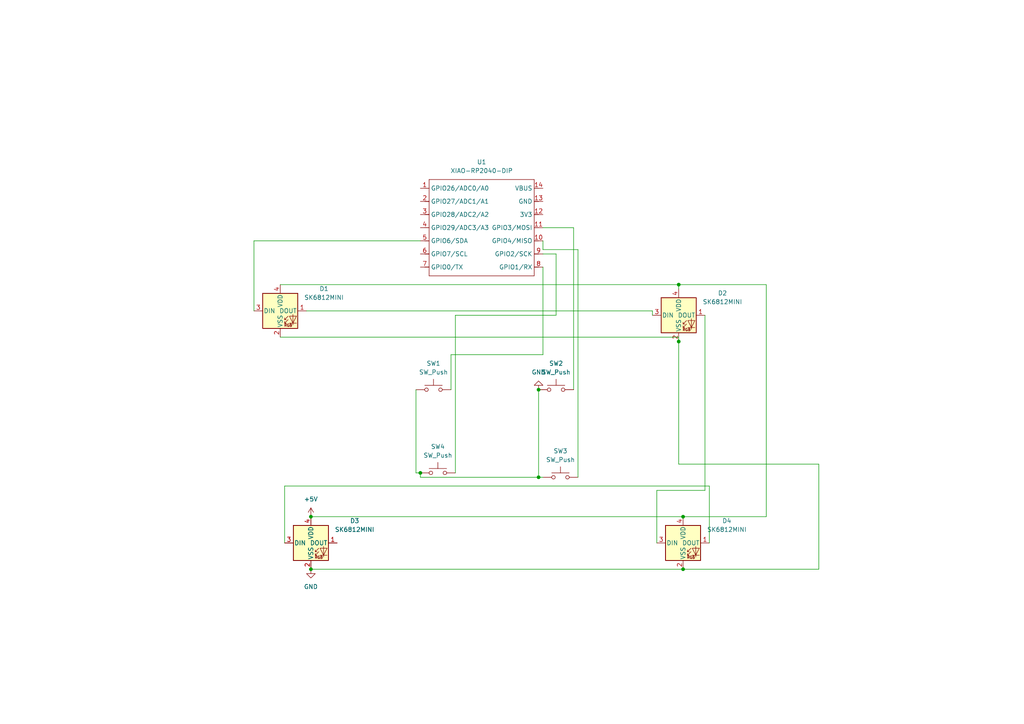
<source format=kicad_sch>
(kicad_sch (version 20250114) (generator "eeschema") (generator_version "9.0")
  (paper "A4")
  (lib_symbols
    (symbol "LED:SK6812MINI" (pin_names (offset 0.254))
      (property "Reference" "D" (at 5.08 5.715 0))
      (property "Value" "SK6812MINI" (at 1.27 -5.715 0))
      (symbol "SK6812MINI_0_0"
        (text "RGB" (at 2.286 -4.191 0) (effects (font (size 0.762 0.762))))
      )
      (symbol "SK6812MINI_0_1"
        (polyline (pts (xy 1.27 -2.54) (xy 1.778 -2.54)))
        (polyline (pts (xy 1.27 -3.556) (xy 1.778 -3.556)))
        (polyline (pts (xy 2.286 -1.524) (xy 1.27 -2.54) (xy 1.27 -2.032)))
        (polyline (pts (xy 2.286 -2.54) (xy 1.27 -3.556) (xy 1.27 -3.048)))
        (polyline (pts (xy 3.683 -1.016) (xy 3.683 -3.556) (xy 3.683 -4.064)))
        (polyline (pts (xy 4.699 -1.524) (xy 2.667 -1.524) (xy 3.683 -3.556) (xy 4.699 -1.524)))
        (polyline (pts (xy 4.699 -3.556) (xy 2.667 -3.556)))
        (rectangle (start 5.08 5.08) (end -5.08 -5.08) (stroke (width 0.254)) (fill (type background)))
      )
      (symbol "SK6812MINI_1_1"
        (pin input line (at -7.62 0 0) (length 2.54) (name "DIN") (number "3"))
        (pin power_in line (at 0 7.62 270) (length 2.54) (name "VDD") (number "4"))
        (pin power_in line (at 0 -7.62 90) (length 2.54) (name "VSS") (number "2"))
        (pin output line (at 7.62 0 180) (length 2.54) (name "DOUT") (number "1"))
      )
    )
    (symbol "Seeed_Studio_XIAO_Series:XIAO-RP2040-DIP"
      (property "Reference" "U" (at 0 0 0))
      (property "Value" "XIAO-RP2040-DIP" (at 5.334 -1.778 0))
      (symbol "XIAO-RP2040-DIP_1_0"
        (polyline (pts (xy -1.27 -2.54) (xy 29.21 -2.54)) (stroke (width 0.1524)))
        (polyline (pts (xy -1.27 -5.08) (xy -2.54 -5.08)) (stroke (width 0.1524)))
        (polyline (pts (xy -1.27 -5.08) (xy -1.27 -2.54)) (stroke (width 0.1524)))
        (polyline (pts (xy -1.27 -8.89) (xy -2.54 -8.89)) (stroke (width 0.1524)))
        (polyline (pts (xy -1.27 -8.89) (xy -1.27 -5.08)) (stroke (width 0.1524)))
        (polyline (pts (xy -1.27 -12.7) (xy -2.54 -12.7)) (stroke (width 0.1524)))
        (polyline (pts (xy -1.27 -12.7) (xy -1.27 -8.89)) (stroke (width 0.1524)))
        (polyline (pts (xy -1.27 -16.51) (xy -2.54 -16.51)) (stroke (width 0.1524)))
        (polyline (pts (xy -1.27 -16.51) (xy -1.27 -12.7)) (stroke (width 0.1524)))
        (polyline (pts (xy -1.27 -20.32) (xy -2.54 -20.32)) (stroke (width 0.1524)))
        (polyline (pts (xy -1.27 -24.13) (xy -2.54 -24.13)) (stroke (width 0.1524)))
        (polyline (pts (xy -1.27 -27.94) (xy -2.54 -27.94)) (stroke (width 0.1524)))
        (polyline (pts (xy -1.27 -30.48) (xy -1.27 -16.51)) (stroke (width 0.1524)))
        (polyline (pts (xy 29.21 -2.54) (xy 29.21 -5.08)) (stroke (width 0.1524)))
        (polyline (pts (xy 29.21 -5.08) (xy 29.21 -8.89)) (stroke (width 0.1524)))
        (polyline (pts (xy 29.21 -8.89) (xy 29.21 -12.7)) (stroke (width 0.1524)))
        (polyline (pts (xy 29.21 -12.7) (xy 29.21 -30.48)) (stroke (width 0.1524)))
        (polyline (pts (xy 29.21 -30.48) (xy -1.27 -30.48)) (stroke (width 0.1524)))
        (polyline (pts (xy 30.48 -5.08) (xy 29.21 -5.08)) (stroke (width 0.1524)))
        (polyline (pts (xy 30.48 -8.89) (xy 29.21 -8.89)) (stroke (width 0.1524)))
        (polyline (pts (xy 30.48 -12.7) (xy 29.21 -12.7)) (stroke (width 0.1524)))
        (polyline (pts (xy 30.48 -16.51) (xy 29.21 -16.51)) (stroke (width 0.1524)))
        (polyline (pts (xy 30.48 -20.32) (xy 29.21 -20.32)) (stroke (width 0.1524)))
        (polyline (pts (xy 30.48 -24.13) (xy 29.21 -24.13)) (stroke (width 0.1524)))
        (polyline (pts (xy 30.48 -27.94) (xy 29.21 -27.94)) (stroke (width 0.1524)))
        (pin passive line (at -3.81 -5.08 0) (length 2.54) (name "GPIO26/ADC0/A0") (number "1"))
        (pin passive line (at -3.81 -8.89 0) (length 2.54) (name "GPIO27/ADC1/A1") (number "2"))
        (pin passive line (at -3.81 -12.7 0) (length 2.54) (name "GPIO28/ADC2/A2") (number "3"))
        (pin passive line (at -3.81 -16.51 0) (length 2.54) (name "GPIO29/ADC3/A3") (number "4"))
        (pin passive line (at -3.81 -20.32 0) (length 2.54) (name "GPIO6/SDA") (number "5"))
        (pin passive line (at -3.81 -24.13 0) (length 2.54) (name "GPIO7/SCL") (number "6"))
        (pin passive line (at -3.81 -27.94 0) (length 2.54) (name "GPIO0/TX") (number "7"))
        (pin passive line (at 31.75 -5.08 180) (length 2.54) (name "VBUS") (number "14"))
        (pin passive line (at 31.75 -8.89 180) (length 2.54) (name "GND") (number "13"))
        (pin passive line (at 31.75 -12.7 180) (length 2.54) (name "3V3") (number "12"))
        (pin passive line (at 31.75 -16.51 180) (length 2.54) (name "GPIO3/MOSI") (number "11"))
        (pin passive line (at 31.75 -20.32 180) (length 2.54) (name "GPIO4/MISO") (number "10"))
        (pin passive line (at 31.75 -24.13 180) (length 2.54) (name "GPIO2/SCK") (number "9"))
        (pin passive line (at 31.75 -27.94 180) (length 2.54) (name "GPIO1/RX") (number "8"))
      )
    )
    (symbol "Switch:SW_Push" (pin_numbers (hide yes)) (pin_names (offset 1.016) (hide yes))
      (property "Reference" "SW" (at 1.27 2.54 0))
      (property "Value" "SW_Push" (at 0 -1.524 0))
      (symbol "SW_Push_0_1"
        (circle (center -2.032 0) (radius 0.508))
        (polyline (pts (xy 0 1.27) (xy 0 3.048)))
        (circle (center 2.032 0) (radius 0.508))
        (polyline (pts (xy 2.54 1.27) (xy -2.54 1.27)))
        (pin passive line (at -5.08 0 0) (length 2.54) (name "1") (number "1"))
        (pin passive line (at 5.08 0 180) (length 2.54) (name "2") (number "2"))
      )
    )
    (symbol "power:+5V" (power) (pin_numbers (hide yes)) (pin_names (offset 0) (hide yes))
      (property "Value" "+5V" (at 0 3.556 0))
      (symbol "+5V_0_1"
        (polyline (pts (xy -0.762 1.27) (xy 0 2.54)))
        (polyline (pts (xy 0 2.54) (xy 0.762 1.27)))
        (polyline (pts (xy 0 0) (xy 0 2.54)))
      )
      (symbol "+5V_1_1"
        (pin power_in line (at 0 0 90) (length 0) (name "~") (number "1"))
      )
    )
    (symbol "power:GND" (power) (pin_numbers (hide yes)) (pin_names (offset 0) (hide yes))
      (property "Value" "GND" (at 0 -3.81 0))
      (symbol "GND_0_1"
        (polyline (pts (xy 0 0) (xy 0 -1.27) (xy 1.27 -1.27) (xy 0 -2.54) (xy -1.27 -1.27) (xy 0 -1.27)))
      )
      (symbol "GND_1_1"
        (pin power_in line (at 0 0 270) (length 0) (name "~") (number "1"))
      )
    )
  )
  (junction (at 198.12 165.1))
  (junction (at 156.21 138.43))
  (junction (at 156.21 113.03))
  (junction (at 90.17 149.86))
  (junction (at 90.17 165.1))
  (junction (at 121.92 137.16))
  (junction (at 198.12 149.86))
  (junction (at 196.85 82.55))
  (junction (at 196.85 99.06))
  (wire (pts (xy 196.85 134.62) (xy 237.49 134.62)))
  (wire (pts (xy 120.65 137.16) (xy 121.92 137.16)))
  (wire (pts (xy 204.47 91.44) (xy 204.47 142.24)))
  (wire (pts (xy 156.21 138.43) (xy 157.48 138.43)))
  (wire (pts (xy 130.81 113.03) (xy 130.81 102.87)))
  (wire (pts (xy 121.92 137.16) (xy 121.92 138.43)))
  (wire (pts (xy 132.08 137.16) (xy 132.08 91.44)))
  (wire (pts (xy 130.81 102.87) (xy 157.48 102.87)))
  (wire (pts (xy 196.85 82.55) (xy 196.85 83.82)))
  (wire (pts (xy 205.74 157.48) (xy 205.74 140.97)))
  (wire (pts (xy 156.21 113.03) (xy 156.21 138.43)))
  (wire (pts (xy 120.65 113.03) (xy 120.65 137.16)))
  (wire (pts (xy 222.25 149.86) (xy 198.12 149.86)))
  (wire (pts (xy 205.74 140.97) (xy 82.55 140.97)))
  (wire (pts (xy 196.85 99.06) (xy 196.85 134.62)))
  (wire (pts (xy 82.55 140.97) (xy 82.55 157.48)))
  (wire (pts (xy 73.66 69.85) (xy 121.92 69.85)))
  (wire (pts (xy 189.23 90.17) (xy 189.23 91.44)))
  (wire (pts (xy 132.08 91.44) (xy 161.29 91.44)))
  (wire (pts (xy 81.28 97.79) (xy 196.85 97.79)))
  (wire (pts (xy 222.25 82.55) (xy 222.25 149.86)))
  (wire (pts (xy 90.17 165.1) (xy 198.12 165.1)))
  (wire (pts (xy 161.29 91.44) (xy 161.29 73.66)))
  (wire (pts (xy 196.85 82.55) (xy 222.25 82.55)))
  (wire (pts (xy 237.49 134.62) (xy 237.49 165.1)))
  (wire (pts (xy 90.17 149.86) (xy 198.12 149.86)))
  (wire (pts (xy 157.48 102.87) (xy 157.48 77.47)))
  (wire (pts (xy 190.5 142.24) (xy 190.5 157.48)))
  (wire (pts (xy 167.64 72.39) (xy 157.48 72.39)))
  (wire (pts (xy 237.49 165.1) (xy 198.12 165.1)))
  (wire (pts (xy 204.47 142.24) (xy 190.5 142.24)))
  (wire (pts (xy 88.9 90.17) (xy 189.23 90.17)))
  (wire (pts (xy 196.85 97.79) (xy 196.85 99.06)))
  (wire (pts (xy 167.64 138.43) (xy 167.64 72.39)))
  (wire (pts (xy 81.28 82.55) (xy 196.85 82.55)))
  (wire (pts (xy 161.29 73.66) (xy 157.48 73.66)))
  (wire (pts (xy 166.37 66.04) (xy 157.48 66.04)))
  (wire (pts (xy 166.37 113.03) (xy 166.37 66.04)))
  (wire (pts (xy 121.92 138.43) (xy 156.21 138.43)))
  (wire (pts (xy 157.48 72.39) (xy 157.48 69.85)))
  (wire (pts (xy 73.66 90.17) (xy 73.66 69.85)))
  (symbol (lib_id "Switch:SW_Push") (at 125.73 113.03 0) (unit 1)
    (property "Reference" "SW1" (at 125.73 105.41 0))
    (property "Value" "SW_Push" (at 125.73 107.95 0))
    (property "Footprint" "Button_Switch_Keyboard:SW_Cherry_MX_1.00u_PCB" (effects (hide yes)))
    (property "Description" "Push button switch, generic, two pins" (effects (hide yes)))
  )
  (symbol (lib_id "power:+5V") (at 90.17 149.86 0) (unit 1)
    (property "Reference" "#PWR01" (effects (hide yes)))
    (property "Value" "+5V" (at 90.17 144.78 0))
    (property "Description" "Power symbol creates a global label with name \"+5V\"" (effects (hide yes)))
  )
  (symbol (lib_id "power:GND") (at 90.17 165.1 0) (unit 1)
    (property "Reference" "#PWR02" (effects (hide yes)))
    (property "Value" "GND" (at 90.17 170.18 0))
    (property "Description" "Power symbol creates a global label with name \"GND\" , ground" (effects (hide yes)))
  )
  (symbol (lib_id "Switch:SW_Push") (at 127 137.16 0) (unit 1)
    (property "Reference" "SW4" (at 127 129.54 0))
    (property "Value" "SW_Push" (at 127 132.08 0))
    (property "Footprint" "Button_Switch_Keyboard:SW_Cherry_MX_1.00u_PCB" (effects (hide yes)))
    (property "Description" "Push button switch, generic, two pins" (effects (hide yes)))
  )
  (symbol (lib_id "LED:SK6812MINI") (at 198.12 157.48 0) (unit 1)
    (property "Reference" "D4" (at 210.82 151.0598 0))
    (property "Value" "SK6812MINI" (at 210.82 153.5998 0))
    (property "Footprint" "LED_SMD:LED_SK6812MINI_PLCC4_3.5x3.5mm_P1.75mm" (effects (hide yes)))
    (property "Datasheet" "https://cdn-shop.adafruit.com/product-files/2686/SK6812MINI_REV.01-1-2.pdf" (effects (hide yes)))
    (property "Description" "RGB LED with integrated controller" (effects (hide yes)))
  )
  (symbol (lib_id "LED:SK6812MINI") (at 90.17 157.48 0) (unit 1)
    (property "Reference" "D3" (at 102.87 151.0598 0))
    (property "Value" "SK6812MINI" (at 102.87 153.5998 0))
    (property "Footprint" "LED_SMD:LED_SK6812MINI_PLCC4_3.5x3.5mm_P1.75mm" (effects (hide yes)))
    (property "Datasheet" "https://cdn-shop.adafruit.com/product-files/2686/SK6812MINI_REV.01-1-2.pdf" (effects (hide yes)))
    (property "Description" "RGB LED with integrated controller" (effects (hide yes)))
  )
  (symbol (lib_id "Switch:SW_Push") (at 161.29 113.03 0) (unit 1)
    (property "Reference" "SW2" (at 161.29 105.41 0))
    (property "Value" "SW_Push" (at 161.29 107.95 0))
    (property "Footprint" "Button_Switch_Keyboard:SW_Cherry_MX_1.00u_PCB" (effects (hide yes)))
    (property "Description" "Push button switch, generic, two pins" (effects (hide yes)))
  )
  (symbol (lib_id "LED:SK6812MINI") (at 81.28 90.17 0) (unit 1)
    (property "Reference" "D1" (at 93.98 83.7498 0))
    (property "Value" "SK6812MINI" (at 93.98 86.2898 0))
    (property "Footprint" "LED_SMD:LED_SK6812MINI_PLCC4_3.5x3.5mm_P1.75mm" (effects (hide yes)))
    (property "Datasheet" "https://cdn-shop.adafruit.com/product-files/2686/SK6812MINI_REV.01-1-2.pdf" (effects (hide yes)))
    (property "Description" "RGB LED with integrated controller" (effects (hide yes)))
  )
  (symbol (lib_id "Switch:SW_Push") (at 162.56 138.43 0) (unit 1)
    (property "Reference" "SW3" (at 162.56 130.81 0))
    (property "Value" "SW_Push" (at 162.56 133.35 0))
    (property "Footprint" "Button_Switch_Keyboard:SW_Cherry_MX_1.00u_PCB" (effects (hide yes)))
    (property "Description" "Push button switch, generic, two pins" (effects (hide yes)))
  )
  (symbol (lib_id "LED:SK6812MINI") (at 196.85 91.44 0) (unit 1)
    (property "Reference" "D2" (at 209.55 85.0198 0))
    (property "Value" "SK6812MINI" (at 209.55 87.5598 0))
    (property "Footprint" "LED_SMD:LED_SK6812MINI_PLCC4_3.5x3.5mm_P1.75mm" (effects (hide yes)))
    (property "Datasheet" "https://cdn-shop.adafruit.com/product-files/2686/SK6812MINI_REV.01-1-2.pdf" (effects (hide yes)))
    (property "Description" "RGB LED with integrated controller" (effects (hide yes)))
  )
  (symbol (lib_id "Seeed_Studio_XIAO_Series:XIAO-RP2040-DIP") (at 125.73 49.53 0) (unit 1)
    (property "Reference" "U1" (at 139.7 46.99 0))
    (property "Value" "XIAO-RP2040-DIP" (at 139.7 49.53 0))
    (property "Footprint" "Module:MOUDLE14P-XIAO-DIP-SMD" (effects (hide yes)))
  )
  (symbol (lib_id "power:GND") (at 156.21 113.03 180) (unit 1)
    (property "Reference" "#PWR03" (effects (hide yes)))
    (property "Value" "GND" (at 156.21 107.95 0))
    (property "Description" "Power symbol creates a global label with name \"GND\" , ground" (effects (hide yes)))
  )
)
</source>
